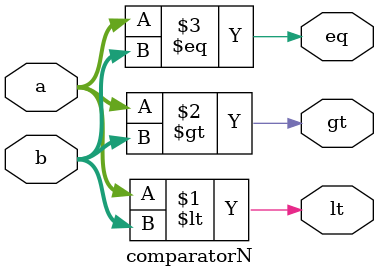
<source format=v>
module	comparatorN(a,	b,	lt,	gt,	eq);
	parameter	N=8;
	input	[N-1:0]	a,	b;
	output	lt,	gt,	eq;
	
	assign lt = a < b;
	assign gt = a > b;
	assign eq = a == b;
endmodule
</source>
